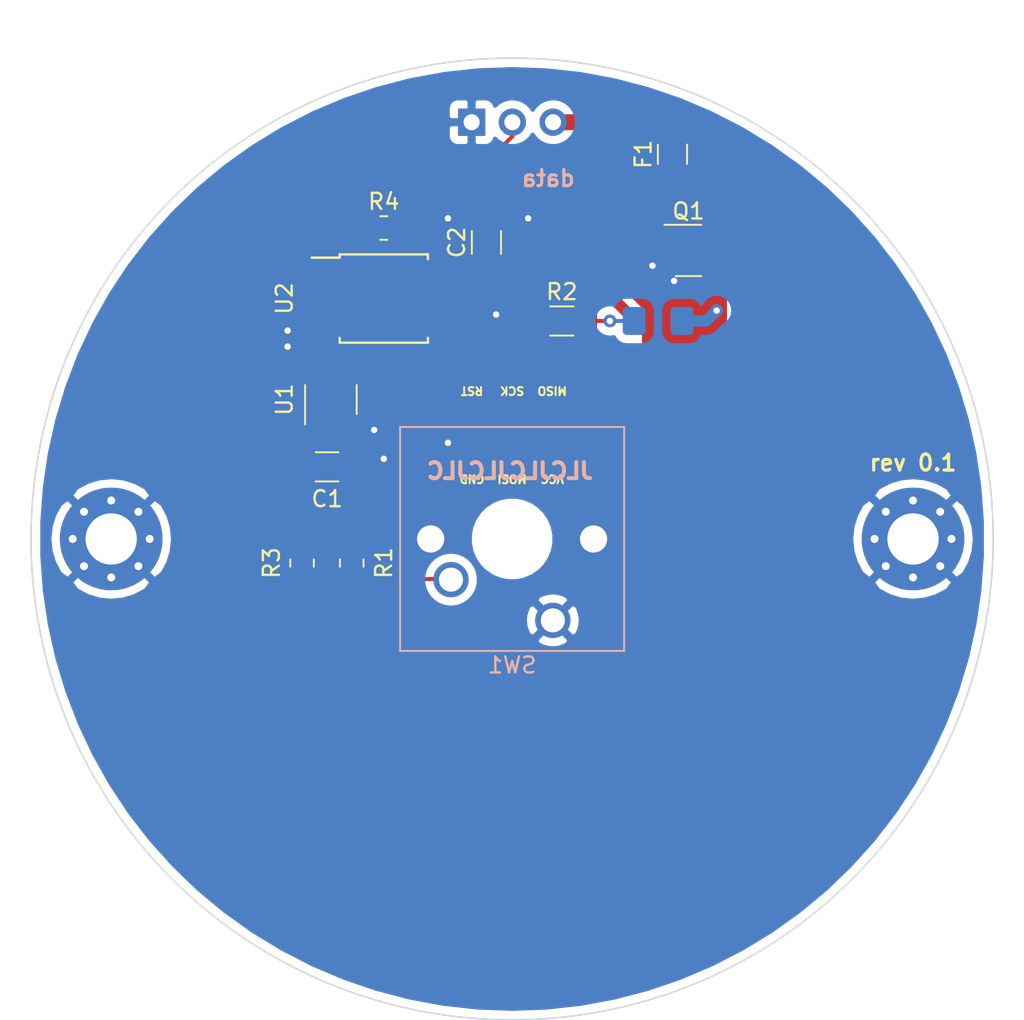
<source format=kicad_pcb>
(kicad_pcb (version 20171130) (host pcbnew 5.1.8+dfsg1-1+b1)

  (general
    (thickness 1.6)
    (drawings 10)
    (tracks 108)
    (zones 0)
    (modules 16)
    (nets 15)
  )

  (page A4)
  (layers
    (0 F.Cu signal)
    (31 B.Cu signal)
    (32 B.Adhes user)
    (33 F.Adhes user)
    (34 B.Paste user)
    (35 F.Paste user)
    (36 B.SilkS user)
    (37 F.SilkS user)
    (38 B.Mask user)
    (39 F.Mask user)
    (40 Dwgs.User user)
    (41 Cmts.User user)
    (42 Eco1.User user)
    (43 Eco2.User user)
    (44 Edge.Cuts user)
    (45 Margin user)
    (46 B.CrtYd user)
    (47 F.CrtYd user)
    (48 B.Fab user)
    (49 F.Fab user)
  )

  (setup
    (last_trace_width 0.25)
    (user_trace_width 0.6)
    (user_trace_width 0.7)
    (user_trace_width 1)
    (trace_clearance 0.2)
    (zone_clearance 0.508)
    (zone_45_only no)
    (trace_min 0.2)
    (via_size 0.8)
    (via_drill 0.4)
    (via_min_size 0.4)
    (via_min_drill 0.3)
    (uvia_size 0.3)
    (uvia_drill 0.1)
    (uvias_allowed no)
    (uvia_min_size 0.2)
    (uvia_min_drill 0.1)
    (edge_width 0.1)
    (segment_width 0.2)
    (pcb_text_width 0.3)
    (pcb_text_size 1.5 1.5)
    (mod_edge_width 0.15)
    (mod_text_size 1 1)
    (mod_text_width 0.15)
    (pad_size 1.524 1.524)
    (pad_drill 0.762)
    (pad_to_mask_clearance 0)
    (aux_axis_origin 0 0)
    (visible_elements FFFFFF7F)
    (pcbplotparams
      (layerselection 0x010fc_ffffffff)
      (usegerberextensions false)
      (usegerberattributes true)
      (usegerberadvancedattributes true)
      (creategerberjobfile true)
      (excludeedgelayer true)
      (linewidth 0.100000)
      (plotframeref false)
      (viasonmask false)
      (mode 1)
      (useauxorigin false)
      (hpglpennumber 1)
      (hpglpenspeed 20)
      (hpglpendiameter 15.000000)
      (psnegative false)
      (psa4output false)
      (plotreference true)
      (plotvalue true)
      (plotinvisibletext false)
      (padsonsilk false)
      (subtractmaskfromsilk false)
      (outputformat 1)
      (mirror false)
      (drillshape 0)
      (scaleselection 1)
      (outputdirectory "Gerber/"))
  )

  (net 0 "")
  (net 1 GND)
  (net 2 "Net-(C1-Pad1)")
  (net 3 VCC)
  (net 4 "Net-(D1-Pad1)")
  (net 5 +5V)
  (net 6 "Net-(F1-Pad1)")
  (net 7 LED_SIGNAL)
  (net 8 !RST)
  (net 9 MOSI)
  (net 10 SCK)
  (net 11 MISO)
  (net 12 "Net-(R1-Pad2)")
  (net 13 BUTTON_SIGNAL)
  (net 14 "Net-(U1-Pad1)")

  (net_class Default "Esta é a classe de rede padrão."
    (clearance 0.2)
    (trace_width 0.25)
    (via_dia 0.8)
    (via_drill 0.4)
    (uvia_dia 0.3)
    (uvia_drill 0.1)
    (add_net !RST)
    (add_net +5V)
    (add_net BUTTON_SIGNAL)
    (add_net GND)
    (add_net LED_SIGNAL)
    (add_net MISO)
    (add_net MOSI)
    (add_net "Net-(C1-Pad1)")
    (add_net "Net-(D1-Pad1)")
    (add_net "Net-(F1-Pad1)")
    (add_net "Net-(R1-Pad2)")
    (add_net "Net-(U1-Pad1)")
    (add_net SCK)
    (add_net VCC)
  )

  (module Button_Switch_Keyboard:SW_Cherry_MX_1.00u_PCB (layer B.Cu) (tedit 5A02FE24) (tstamp 5F7B34DF)
    (at 152.54 105.08)
    (descr "Cherry MX keyswitch, 1.00u, PCB mount, http://cherryamericas.com/wp-content/uploads/2014/12/mx_cat.pdf")
    (tags "Cherry MX keyswitch 1.00u PCB")
    (path /5F83F6AB)
    (fp_text reference SW1 (at -2.54 2.794) (layer B.SilkS)
      (effects (font (size 1 1) (thickness 0.15)) (justify mirror))
    )
    (fp_text value SW_Push (at -2.54 -12.954) (layer B.Fab)
      (effects (font (size 1 1) (thickness 0.15)) (justify mirror))
    )
    (fp_text user %R (at -2.54 2.794) (layer B.Fab)
      (effects (font (size 1 1) (thickness 0.15)) (justify mirror))
    )
    (fp_line (start -8.89 1.27) (end 3.81 1.27) (layer B.Fab) (width 0.1))
    (fp_line (start 3.81 1.27) (end 3.81 -11.43) (layer B.Fab) (width 0.1))
    (fp_line (start 3.81 -11.43) (end -8.89 -11.43) (layer B.Fab) (width 0.1))
    (fp_line (start -8.89 -11.43) (end -8.89 1.27) (layer B.Fab) (width 0.1))
    (fp_line (start -9.14 -11.68) (end -9.14 1.52) (layer B.CrtYd) (width 0.05))
    (fp_line (start 4.06 -11.68) (end -9.14 -11.68) (layer B.CrtYd) (width 0.05))
    (fp_line (start 4.06 1.52) (end 4.06 -11.68) (layer B.CrtYd) (width 0.05))
    (fp_line (start -9.14 1.52) (end 4.06 1.52) (layer B.CrtYd) (width 0.05))
    (fp_line (start -12.065 4.445) (end 6.985 4.445) (layer Dwgs.User) (width 0.15))
    (fp_line (start 6.985 4.445) (end 6.985 -14.605) (layer Dwgs.User) (width 0.15))
    (fp_line (start 6.985 -14.605) (end -12.065 -14.605) (layer Dwgs.User) (width 0.15))
    (fp_line (start -12.065 -14.605) (end -12.065 4.445) (layer Dwgs.User) (width 0.15))
    (fp_line (start -9.525 1.905) (end 4.445 1.905) (layer B.SilkS) (width 0.12))
    (fp_line (start 4.445 1.905) (end 4.445 -12.065) (layer B.SilkS) (width 0.12))
    (fp_line (start 4.445 -12.065) (end -9.525 -12.065) (layer B.SilkS) (width 0.12))
    (fp_line (start -9.525 -12.065) (end -9.525 1.905) (layer B.SilkS) (width 0.12))
    (pad "" np_thru_hole circle (at 2.54 -5.08) (size 1.7 1.7) (drill 1.7) (layers *.Cu *.Mask))
    (pad "" np_thru_hole circle (at -7.62 -5.08) (size 1.7 1.7) (drill 1.7) (layers *.Cu *.Mask))
    (pad "" np_thru_hole circle (at -2.54 -5.08) (size 4 4) (drill 4) (layers *.Cu *.Mask))
    (pad 2 thru_hole circle (at -6.35 -2.54) (size 2.2 2.2) (drill 1.5) (layers *.Cu *.Mask)
      (net 12 "Net-(R1-Pad2)"))
    (pad 1 thru_hole circle (at 0 0) (size 2.2 2.2) (drill 1.5) (layers *.Cu *.Mask)
      (net 1 GND))
    (model ${KISYS3DMOD}/Button_Switch_Keyboard.3dshapes/SW_Cherry_MX_1.00u_PCB.wrl
      (at (xyz 0 0 0))
      (scale (xyz 1 1 1))
      (rotate (xyz 0 0 0))
    )
  )

  (module LED_SMD:LED_1206_3216Metric_Pad1.42x1.75mm_HandSolder (layer B.Cu) (tedit 5F8039CE) (tstamp 5F7C5FAB)
    (at 159.1 86.4)
    (descr "LED SMD 1206 (3216 Metric), square (rectangular) end terminal, IPC_7351 nominal, (Body size source: http://www.tortai-tech.com/upload/download/2011102023233369053.pdf), generated with kicad-footprint-generator")
    (tags "LED handsolder")
    (path /5F7B6374)
    (attr smd)
    (fp_text reference D1 (at 0 1.82) (layer B.SilkS) hide
      (effects (font (size 1 1) (thickness 0.15)) (justify mirror))
    )
    (fp_text value LED (at 0 -1.82) (layer B.Fab)
      (effects (font (size 1 1) (thickness 0.15)) (justify mirror))
    )
    (fp_line (start 2.45 -1.12) (end -2.45 -1.12) (layer B.CrtYd) (width 0.05))
    (fp_line (start 2.45 1.12) (end 2.45 -1.12) (layer B.CrtYd) (width 0.05))
    (fp_line (start -2.45 1.12) (end 2.45 1.12) (layer B.CrtYd) (width 0.05))
    (fp_line (start -2.45 -1.12) (end -2.45 1.12) (layer B.CrtYd) (width 0.05))
    (fp_line (start 1.6 -0.8) (end 1.6 0.8) (layer B.Fab) (width 0.1))
    (fp_line (start -1.6 -0.8) (end 1.6 -0.8) (layer B.Fab) (width 0.1))
    (fp_line (start -1.6 0.4) (end -1.6 -0.8) (layer B.Fab) (width 0.1))
    (fp_line (start -1.2 0.8) (end -1.6 0.4) (layer B.Fab) (width 0.1))
    (fp_line (start 1.6 0.8) (end -1.2 0.8) (layer B.Fab) (width 0.1))
    (fp_text user %R (at 0 0) (layer B.Fab)
      (effects (font (size 0.8 0.8) (thickness 0.12)) (justify mirror))
    )
    (pad 1 smd roundrect (at -1.4875 0) (size 1.425 1.75) (layers B.Cu B.Paste B.Mask) (roundrect_rratio 0.1754385964912281)
      (net 4 "Net-(D1-Pad1)"))
    (pad 2 smd roundrect (at 1.4875 0) (size 1.425 1.75) (layers B.Cu B.Paste B.Mask) (roundrect_rratio 0.1754385964912281)
      (net 3 VCC))
    (model ${KISYS3DMOD}/LED_SMD.3dshapes/LED_1206_3216Metric.wrl
      (at (xyz 0 0 0))
      (scale (xyz 1 1 1))
      (rotate (xyz 0 0 0))
    )
  )

  (module Connector_PinHeader_2.54mm:PinHeader_1x03_P2.54mm_Vertical (layer F.Cu) (tedit 5F803962) (tstamp 5F7B2D5C)
    (at 147.475 74 90)
    (descr "Through hole straight pin header, 1x03, 2.54mm pitch, single row")
    (tags "Through hole pin header THT 1x03 2.54mm single row")
    (path /5F7FAA68)
    (fp_text reference J1 (at 0 -2.33 90) (layer F.SilkS) hide
      (effects (font (size 1 1) (thickness 0.15)))
    )
    (fp_text value LED_strip_connector (at 0 7.41 90) (layer F.Fab)
      (effects (font (size 1 1) (thickness 0.15)))
    )
    (fp_line (start -0.635 -1.27) (end 1.27 -1.27) (layer F.Fab) (width 0.1))
    (fp_line (start 1.27 -1.27) (end 1.27 6.35) (layer F.Fab) (width 0.1))
    (fp_line (start 1.27 6.35) (end -1.27 6.35) (layer F.Fab) (width 0.1))
    (fp_line (start -1.27 6.35) (end -1.27 -0.635) (layer F.Fab) (width 0.1))
    (fp_line (start -1.27 -0.635) (end -0.635 -1.27) (layer F.Fab) (width 0.1))
    (fp_line (start -1.8 -1.8) (end -1.8 6.85) (layer F.CrtYd) (width 0.05))
    (fp_line (start -1.8 6.85) (end 1.8 6.85) (layer F.CrtYd) (width 0.05))
    (fp_line (start 1.8 6.85) (end 1.8 -1.8) (layer F.CrtYd) (width 0.05))
    (fp_line (start 1.8 -1.8) (end -1.8 -1.8) (layer F.CrtYd) (width 0.05))
    (fp_text user %R (at 0 2.54 180) (layer F.Fab)
      (effects (font (size 1 1) (thickness 0.15)))
    )
    (pad 3 thru_hole oval (at 0 5.08 90) (size 1.7 1.7) (drill 1) (layers *.Cu *.Mask)
      (net 5 +5V))
    (pad 2 thru_hole oval (at 0 2.54 90) (size 1.7 1.7) (drill 1) (layers *.Cu *.Mask)
      (net 7 LED_SIGNAL))
    (pad 1 thru_hole rect (at 0 0 90) (size 1.7 1.7) (drill 1) (layers *.Cu *.Mask)
      (net 1 GND))
    (model ${KISYS3DMOD}/Connector_PinHeader_2.54mm.3dshapes/PinHeader_1x03_P2.54mm_Vertical.wrl
      (at (xyz 0 0 0))
      (scale (xyz 1 1 1))
      (rotate (xyz 0 0 0))
    )
  )

  (module Package_SO:SOIJ-8_5.3x5.3mm_P1.27mm (layer F.Cu) (tedit 5A02F2D3) (tstamp 5F7B305B)
    (at 142 85)
    (descr "8-Lead Plastic Small Outline (SM) - Medium, 5.28 mm Body [SOIC] (see Microchip Packaging Specification 00000049BS.pdf)")
    (tags "SOIC 1.27")
    (path /5F5E3571)
    (attr smd)
    (fp_text reference U2 (at -6.2 0 90) (layer F.SilkS)
      (effects (font (size 1 1) (thickness 0.15)))
    )
    (fp_text value ATtiny85-20SU (at 0 3.68) (layer F.Fab)
      (effects (font (size 1 1) (thickness 0.15)))
    )
    (fp_line (start -1.65 -2.65) (end 2.65 -2.65) (layer F.Fab) (width 0.15))
    (fp_line (start 2.65 -2.65) (end 2.65 2.65) (layer F.Fab) (width 0.15))
    (fp_line (start 2.65 2.65) (end -2.65 2.65) (layer F.Fab) (width 0.15))
    (fp_line (start -2.65 2.65) (end -2.65 -1.65) (layer F.Fab) (width 0.15))
    (fp_line (start -2.65 -1.65) (end -1.65 -2.65) (layer F.Fab) (width 0.15))
    (fp_line (start -4.75 -2.95) (end -4.75 2.95) (layer F.CrtYd) (width 0.05))
    (fp_line (start 4.75 -2.95) (end 4.75 2.95) (layer F.CrtYd) (width 0.05))
    (fp_line (start -4.75 -2.95) (end 4.75 -2.95) (layer F.CrtYd) (width 0.05))
    (fp_line (start -4.75 2.95) (end 4.75 2.95) (layer F.CrtYd) (width 0.05))
    (fp_line (start -2.75 -2.755) (end -2.75 -2.55) (layer F.SilkS) (width 0.15))
    (fp_line (start 2.75 -2.755) (end 2.75 -2.455) (layer F.SilkS) (width 0.15))
    (fp_line (start 2.75 2.755) (end 2.75 2.455) (layer F.SilkS) (width 0.15))
    (fp_line (start -2.75 2.755) (end -2.75 2.455) (layer F.SilkS) (width 0.15))
    (fp_line (start -2.75 -2.755) (end 2.75 -2.755) (layer F.SilkS) (width 0.15))
    (fp_line (start -2.75 2.755) (end 2.75 2.755) (layer F.SilkS) (width 0.15))
    (fp_line (start -2.75 -2.55) (end -4.5 -2.55) (layer F.SilkS) (width 0.15))
    (fp_text user %R (at 0 0) (layer F.Fab)
      (effects (font (size 1 1) (thickness 0.15)))
    )
    (pad 8 smd rect (at 3.65 -1.905) (size 1.7 0.65) (layers F.Cu F.Paste F.Mask)
      (net 3 VCC))
    (pad 7 smd rect (at 3.65 -0.635) (size 1.7 0.65) (layers F.Cu F.Paste F.Mask)
      (net 10 SCK))
    (pad 6 smd rect (at 3.65 0.635) (size 1.7 0.65) (layers F.Cu F.Paste F.Mask)
      (net 11 MISO))
    (pad 5 smd rect (at 3.65 1.905) (size 1.7 0.65) (layers F.Cu F.Paste F.Mask)
      (net 9 MOSI))
    (pad 4 smd rect (at -3.65 1.905) (size 1.7 0.65) (layers F.Cu F.Paste F.Mask)
      (net 1 GND))
    (pad 3 smd rect (at -3.65 0.635) (size 1.7 0.65) (layers F.Cu F.Paste F.Mask)
      (net 13 BUTTON_SIGNAL))
    (pad 2 smd rect (at -3.65 -0.635) (size 1.7 0.65) (layers F.Cu F.Paste F.Mask)
      (net 7 LED_SIGNAL))
    (pad 1 smd rect (at -3.65 -1.905) (size 1.7 0.65) (layers F.Cu F.Paste F.Mask)
      (net 8 !RST))
    (model ${KISYS3DMOD}/Package_SO.3dshapes/SOIJ-8_5.3x5.3mm_P1.27mm.wrl
      (at (xyz 0 0 0))
      (scale (xyz 1 1 1))
      (rotate (xyz 0 0 0))
    )
  )

  (module Snake_1D:SPI_pads_2.54mm (layer F.Cu) (tedit 5F7B3029) (tstamp 5F7B563F)
    (at 150 93.6 270)
    (path /5F806264)
    (fp_text reference J2 (at 0 -6.35 90) (layer F.SilkS) hide
      (effects (font (size 1 1) (thickness 0.15)))
    )
    (fp_text value SPI (at 0 6.35 90) (layer F.Fab)
      (effects (font (size 1 1) (thickness 0.15)))
    )
    (fp_line (start -3.81 -5.08) (end 3.81 -5.08) (layer F.CrtYd) (width 0.12))
    (fp_line (start 3.81 -5.08) (end 3.81 5.08) (layer F.CrtYd) (width 0.12))
    (fp_line (start 3.81 5.08) (end -3.81 5.08) (layer F.CrtYd) (width 0.12))
    (fp_line (start -3.81 5.08) (end -3.81 -5.08) (layer F.CrtYd) (width 0.12))
    (pad 6 connect circle (at 1.27 2.54 270) (size 1.524 1.524) (layers F.Cu F.Mask)
      (net 1 GND))
    (pad 5 connect circle (at -1.27 2.54 270) (size 1.524 1.524) (layers F.Cu F.Mask)
      (net 8 !RST))
    (pad 4 connect circle (at 1.27 0 270) (size 1.524 1.524) (layers F.Cu F.Mask)
      (net 9 MOSI))
    (pad 3 connect circle (at -1.27 0 270) (size 1.524 1.524) (layers F.Cu F.Mask)
      (net 10 SCK))
    (pad 2 connect circle (at 1.27 -2.54 270) (size 1.524 1.524) (layers F.Cu F.Mask)
      (net 3 VCC))
    (pad 1 connect rect (at -1.27 -2.54 270) (size 1.524 1.524) (layers F.Cu F.Mask)
      (net 11 MISO))
  )

  (module MountingHole:MountingHole_3.2mm_M3_Pad_Via (layer F.Cu) (tedit 56DDBCCA) (tstamp 5F7B4374)
    (at 175 100)
    (descr "Mounting Hole 3.2mm, M3")
    (tags "mounting hole 3.2mm m3")
    (path /5F7C9967)
    (attr virtual)
    (fp_text reference H2 (at 0 -4.2) (layer F.SilkS) hide
      (effects (font (size 1 1) (thickness 0.15)))
    )
    (fp_text value MountingHole_Pad (at 0 4.2) (layer F.Fab)
      (effects (font (size 1 1) (thickness 0.15)))
    )
    (fp_circle (center 0 0) (end 3.2 0) (layer Cmts.User) (width 0.15))
    (fp_circle (center 0 0) (end 3.45 0) (layer F.CrtYd) (width 0.05))
    (fp_text user %R (at 0.3 0) (layer F.Fab)
      (effects (font (size 1 1) (thickness 0.15)))
    )
    (pad 1 thru_hole circle (at 1.697056 -1.697056) (size 0.8 0.8) (drill 0.5) (layers *.Cu *.Mask)
      (net 1 GND))
    (pad 1 thru_hole circle (at 0 -2.4) (size 0.8 0.8) (drill 0.5) (layers *.Cu *.Mask)
      (net 1 GND))
    (pad 1 thru_hole circle (at -1.697056 -1.697056) (size 0.8 0.8) (drill 0.5) (layers *.Cu *.Mask)
      (net 1 GND))
    (pad 1 thru_hole circle (at -2.4 0) (size 0.8 0.8) (drill 0.5) (layers *.Cu *.Mask)
      (net 1 GND))
    (pad 1 thru_hole circle (at -1.697056 1.697056) (size 0.8 0.8) (drill 0.5) (layers *.Cu *.Mask)
      (net 1 GND))
    (pad 1 thru_hole circle (at 0 2.4) (size 0.8 0.8) (drill 0.5) (layers *.Cu *.Mask)
      (net 1 GND))
    (pad 1 thru_hole circle (at 1.697056 1.697056) (size 0.8 0.8) (drill 0.5) (layers *.Cu *.Mask)
      (net 1 GND))
    (pad 1 thru_hole circle (at 2.4 0) (size 0.8 0.8) (drill 0.5) (layers *.Cu *.Mask)
      (net 1 GND))
    (pad 1 thru_hole circle (at 0 0) (size 6.4 6.4) (drill 3.2) (layers *.Cu *.Mask)
      (net 1 GND))
  )

  (module MountingHole:MountingHole_3.2mm_M3_Pad_Via (layer F.Cu) (tedit 56DDBCCA) (tstamp 5F7B45CB)
    (at 125 100)
    (descr "Mounting Hole 3.2mm, M3")
    (tags "mounting hole 3.2mm m3")
    (path /5F7C9071)
    (attr virtual)
    (fp_text reference H1 (at 0 -4.2) (layer F.SilkS) hide
      (effects (font (size 1 1) (thickness 0.15)))
    )
    (fp_text value MountingHole_Pad (at 0 4.2) (layer F.Fab)
      (effects (font (size 1 1) (thickness 0.15)))
    )
    (fp_circle (center 0 0) (end 3.2 0) (layer Cmts.User) (width 0.15))
    (fp_circle (center 0 0) (end 3.45 0) (layer F.CrtYd) (width 0.05))
    (fp_text user %R (at 0.3 0) (layer F.Fab)
      (effects (font (size 1 1) (thickness 0.15)))
    )
    (pad 1 thru_hole circle (at 1.697056 -1.697056) (size 0.8 0.8) (drill 0.5) (layers *.Cu *.Mask)
      (net 1 GND))
    (pad 1 thru_hole circle (at 0 -2.4) (size 0.8 0.8) (drill 0.5) (layers *.Cu *.Mask)
      (net 1 GND))
    (pad 1 thru_hole circle (at -1.697056 -1.697056) (size 0.8 0.8) (drill 0.5) (layers *.Cu *.Mask)
      (net 1 GND))
    (pad 1 thru_hole circle (at -2.4 0) (size 0.8 0.8) (drill 0.5) (layers *.Cu *.Mask)
      (net 1 GND))
    (pad 1 thru_hole circle (at -1.697056 1.697056) (size 0.8 0.8) (drill 0.5) (layers *.Cu *.Mask)
      (net 1 GND))
    (pad 1 thru_hole circle (at 0 2.4) (size 0.8 0.8) (drill 0.5) (layers *.Cu *.Mask)
      (net 1 GND))
    (pad 1 thru_hole circle (at 1.697056 1.697056) (size 0.8 0.8) (drill 0.5) (layers *.Cu *.Mask)
      (net 1 GND))
    (pad 1 thru_hole circle (at 2.4 0) (size 0.8 0.8) (drill 0.5) (layers *.Cu *.Mask)
      (net 1 GND))
    (pad 1 thru_hole circle (at 0 0) (size 6.4 6.4) (drill 3.2) (layers *.Cu *.Mask)
      (net 1 GND))
  )

  (module Package_TO_SOT_SMD:SOT-23-5 (layer F.Cu) (tedit 5A02FF57) (tstamp 5F7B76D0)
    (at 138.7 91.3 90)
    (descr "5-pin SOT23 package")
    (tags SOT-23-5)
    (path /5F83393F)
    (attr smd)
    (fp_text reference U1 (at 0 -2.9 90) (layer F.SilkS)
      (effects (font (size 1 1) (thickness 0.15)))
    )
    (fp_text value SN74LVC1G14DBV (at 0 2.9 90) (layer F.Fab)
      (effects (font (size 1 1) (thickness 0.15)))
    )
    (fp_line (start -0.9 1.61) (end 0.9 1.61) (layer F.SilkS) (width 0.12))
    (fp_line (start 0.9 -1.61) (end -1.55 -1.61) (layer F.SilkS) (width 0.12))
    (fp_line (start -1.9 -1.8) (end 1.9 -1.8) (layer F.CrtYd) (width 0.05))
    (fp_line (start 1.9 -1.8) (end 1.9 1.8) (layer F.CrtYd) (width 0.05))
    (fp_line (start 1.9 1.8) (end -1.9 1.8) (layer F.CrtYd) (width 0.05))
    (fp_line (start -1.9 1.8) (end -1.9 -1.8) (layer F.CrtYd) (width 0.05))
    (fp_line (start -0.9 -0.9) (end -0.25 -1.55) (layer F.Fab) (width 0.1))
    (fp_line (start 0.9 -1.55) (end -0.25 -1.55) (layer F.Fab) (width 0.1))
    (fp_line (start -0.9 -0.9) (end -0.9 1.55) (layer F.Fab) (width 0.1))
    (fp_line (start 0.9 1.55) (end -0.9 1.55) (layer F.Fab) (width 0.1))
    (fp_line (start 0.9 -1.55) (end 0.9 1.55) (layer F.Fab) (width 0.1))
    (fp_text user %R (at 0 0) (layer F.Fab)
      (effects (font (size 0.5 0.5) (thickness 0.075)))
    )
    (pad 5 smd rect (at 1.1 -0.95 90) (size 1.06 0.65) (layers F.Cu F.Paste F.Mask)
      (net 3 VCC))
    (pad 4 smd rect (at 1.1 0.95 90) (size 1.06 0.65) (layers F.Cu F.Paste F.Mask)
      (net 13 BUTTON_SIGNAL))
    (pad 3 smd rect (at -1.1 0.95 90) (size 1.06 0.65) (layers F.Cu F.Paste F.Mask)
      (net 1 GND))
    (pad 2 smd rect (at -1.1 0 90) (size 1.06 0.65) (layers F.Cu F.Paste F.Mask)
      (net 2 "Net-(C1-Pad1)"))
    (pad 1 smd rect (at -1.1 -0.95 90) (size 1.06 0.65) (layers F.Cu F.Paste F.Mask)
      (net 14 "Net-(U1-Pad1)"))
    (model ${KISYS3DMOD}/Package_TO_SOT_SMD.3dshapes/SOT-23-5.wrl
      (at (xyz 0 0 0))
      (scale (xyz 1 1 1))
      (rotate (xyz 0 0 0))
    )
  )

  (module Resistor_SMD:R_0805_2012Metric_Pad1.20x1.40mm_HandSolder (layer F.Cu) (tedit 5F68FEEE) (tstamp 5F7BA4E5)
    (at 142 80.6)
    (descr "Resistor SMD 0805 (2012 Metric), square (rectangular) end terminal, IPC_7351 nominal with elongated pad for handsoldering. (Body size source: IPC-SM-782 page 72, https://www.pcb-3d.com/wordpress/wp-content/uploads/ipc-sm-782a_amendment_1_and_2.pdf), generated with kicad-footprint-generator")
    (tags "resistor handsolder")
    (path /5F7BC344)
    (attr smd)
    (fp_text reference R4 (at 0 -1.65) (layer F.SilkS)
      (effects (font (size 1 1) (thickness 0.15)))
    )
    (fp_text value 10kΩ (at 0 1.65) (layer F.Fab)
      (effects (font (size 1 1) (thickness 0.15)))
    )
    (fp_line (start -1 0.625) (end -1 -0.625) (layer F.Fab) (width 0.1))
    (fp_line (start -1 -0.625) (end 1 -0.625) (layer F.Fab) (width 0.1))
    (fp_line (start 1 -0.625) (end 1 0.625) (layer F.Fab) (width 0.1))
    (fp_line (start 1 0.625) (end -1 0.625) (layer F.Fab) (width 0.1))
    (fp_line (start -0.227064 -0.735) (end 0.227064 -0.735) (layer F.SilkS) (width 0.12))
    (fp_line (start -0.227064 0.735) (end 0.227064 0.735) (layer F.SilkS) (width 0.12))
    (fp_line (start -1.85 0.95) (end -1.85 -0.95) (layer F.CrtYd) (width 0.05))
    (fp_line (start -1.85 -0.95) (end 1.85 -0.95) (layer F.CrtYd) (width 0.05))
    (fp_line (start 1.85 -0.95) (end 1.85 0.95) (layer F.CrtYd) (width 0.05))
    (fp_line (start 1.85 0.95) (end -1.85 0.95) (layer F.CrtYd) (width 0.05))
    (fp_text user %R (at 0 0) (layer F.Fab)
      (effects (font (size 0.5 0.5) (thickness 0.08)))
    )
    (pad 2 smd roundrect (at 1 0) (size 1.2 1.4) (layers F.Cu F.Paste F.Mask) (roundrect_rratio 0.2083325)
      (net 3 VCC))
    (pad 1 smd roundrect (at -1 0) (size 1.2 1.4) (layers F.Cu F.Paste F.Mask) (roundrect_rratio 0.2083325)
      (net 8 !RST))
    (model ${KISYS3DMOD}/Resistor_SMD.3dshapes/R_0805_2012Metric.wrl
      (at (xyz 0 0 0))
      (scale (xyz 1 1 1))
      (rotate (xyz 0 0 0))
    )
  )

  (module Resistor_SMD:R_0805_2012Metric_Pad1.20x1.40mm_HandSolder (layer F.Cu) (tedit 5F68FEEE) (tstamp 5F7B769C)
    (at 136.9 101.5 270)
    (descr "Resistor SMD 0805 (2012 Metric), square (rectangular) end terminal, IPC_7351 nominal with elongated pad for handsoldering. (Body size source: IPC-SM-782 page 72, https://www.pcb-3d.com/wordpress/wp-content/uploads/ipc-sm-782a_amendment_1_and_2.pdf), generated with kicad-footprint-generator")
    (tags "resistor handsolder")
    (path /5F836924)
    (attr smd)
    (fp_text reference R3 (at 0 1.9 90) (layer F.SilkS)
      (effects (font (size 1 1) (thickness 0.15)))
    )
    (fp_text value 10kΩ (at 0 1.65 90) (layer F.Fab)
      (effects (font (size 1 1) (thickness 0.15)))
    )
    (fp_line (start -1 0.625) (end -1 -0.625) (layer F.Fab) (width 0.1))
    (fp_line (start -1 -0.625) (end 1 -0.625) (layer F.Fab) (width 0.1))
    (fp_line (start 1 -0.625) (end 1 0.625) (layer F.Fab) (width 0.1))
    (fp_line (start 1 0.625) (end -1 0.625) (layer F.Fab) (width 0.1))
    (fp_line (start -0.227064 -0.735) (end 0.227064 -0.735) (layer F.SilkS) (width 0.12))
    (fp_line (start -0.227064 0.735) (end 0.227064 0.735) (layer F.SilkS) (width 0.12))
    (fp_line (start -1.85 0.95) (end -1.85 -0.95) (layer F.CrtYd) (width 0.05))
    (fp_line (start -1.85 -0.95) (end 1.85 -0.95) (layer F.CrtYd) (width 0.05))
    (fp_line (start 1.85 -0.95) (end 1.85 0.95) (layer F.CrtYd) (width 0.05))
    (fp_line (start 1.85 0.95) (end -1.85 0.95) (layer F.CrtYd) (width 0.05))
    (fp_text user %R (at 0 0 90) (layer F.Fab)
      (effects (font (size 0.5 0.5) (thickness 0.08)))
    )
    (pad 2 smd roundrect (at 1 0 270) (size 1.2 1.4) (layers F.Cu F.Paste F.Mask) (roundrect_rratio 0.2083325)
      (net 12 "Net-(R1-Pad2)"))
    (pad 1 smd roundrect (at -1 0 270) (size 1.2 1.4) (layers F.Cu F.Paste F.Mask) (roundrect_rratio 0.2083325)
      (net 2 "Net-(C1-Pad1)"))
    (model ${KISYS3DMOD}/Resistor_SMD.3dshapes/R_0805_2012Metric.wrl
      (at (xyz 0 0 0))
      (scale (xyz 1 1 1))
      (rotate (xyz 0 0 0))
    )
  )

  (module Resistor_SMD:R_1206_3216Metric_Pad1.30x1.75mm_HandSolder (layer F.Cu) (tedit 5F68FEEE) (tstamp 5F7B6761)
    (at 153.1 86.4)
    (descr "Resistor SMD 1206 (3216 Metric), square (rectangular) end terminal, IPC_7351 nominal with elongated pad for handsoldering. (Body size source: IPC-SM-782 page 72, https://www.pcb-3d.com/wordpress/wp-content/uploads/ipc-sm-782a_amendment_1_and_2.pdf), generated with kicad-footprint-generator")
    (tags "resistor handsolder")
    (path /5F7B8C5D)
    (attr smd)
    (fp_text reference R2 (at 0 -1.82) (layer F.SilkS)
      (effects (font (size 1 1) (thickness 0.15)))
    )
    (fp_text value 1kΩ (at 0 1.82) (layer F.Fab)
      (effects (font (size 1 1) (thickness 0.15)))
    )
    (fp_line (start -1.6 0.8) (end -1.6 -0.8) (layer F.Fab) (width 0.1))
    (fp_line (start -1.6 -0.8) (end 1.6 -0.8) (layer F.Fab) (width 0.1))
    (fp_line (start 1.6 -0.8) (end 1.6 0.8) (layer F.Fab) (width 0.1))
    (fp_line (start 1.6 0.8) (end -1.6 0.8) (layer F.Fab) (width 0.1))
    (fp_line (start -0.727064 -0.91) (end 0.727064 -0.91) (layer F.SilkS) (width 0.12))
    (fp_line (start -0.727064 0.91) (end 0.727064 0.91) (layer F.SilkS) (width 0.12))
    (fp_line (start -2.45 1.12) (end -2.45 -1.12) (layer F.CrtYd) (width 0.05))
    (fp_line (start -2.45 -1.12) (end 2.45 -1.12) (layer F.CrtYd) (width 0.05))
    (fp_line (start 2.45 -1.12) (end 2.45 1.12) (layer F.CrtYd) (width 0.05))
    (fp_line (start 2.45 1.12) (end -2.45 1.12) (layer F.CrtYd) (width 0.05))
    (fp_text user %R (at 0 0) (layer F.Fab)
      (effects (font (size 0.8 0.8) (thickness 0.12)))
    )
    (pad 2 smd roundrect (at 1.55 0) (size 1.3 1.75) (layers F.Cu F.Paste F.Mask) (roundrect_rratio 0.1923076923076923)
      (net 4 "Net-(D1-Pad1)"))
    (pad 1 smd roundrect (at -1.55 0) (size 1.3 1.75) (layers F.Cu F.Paste F.Mask) (roundrect_rratio 0.1923076923076923)
      (net 1 GND))
    (model ${KISYS3DMOD}/Resistor_SMD.3dshapes/R_1206_3216Metric.wrl
      (at (xyz 0 0 0))
      (scale (xyz 1 1 1))
      (rotate (xyz 0 0 0))
    )
  )

  (module Resistor_SMD:R_0805_2012Metric_Pad1.20x1.40mm_HandSolder (layer F.Cu) (tedit 5F68FEEE) (tstamp 5F7C5CA6)
    (at 140 101.5 270)
    (descr "Resistor SMD 0805 (2012 Metric), square (rectangular) end terminal, IPC_7351 nominal with elongated pad for handsoldering. (Body size source: IPC-SM-782 page 72, https://www.pcb-3d.com/wordpress/wp-content/uploads/ipc-sm-782a_amendment_1_and_2.pdf), generated with kicad-footprint-generator")
    (tags "resistor handsolder")
    (path /5F83660D)
    (attr smd)
    (fp_text reference R1 (at 0 -2 90) (layer F.SilkS)
      (effects (font (size 1 1) (thickness 0.15)))
    )
    (fp_text value 10kΩ (at 0 1.65 90) (layer F.Fab)
      (effects (font (size 1 1) (thickness 0.15)))
    )
    (fp_line (start -1 0.625) (end -1 -0.625) (layer F.Fab) (width 0.1))
    (fp_line (start -1 -0.625) (end 1 -0.625) (layer F.Fab) (width 0.1))
    (fp_line (start 1 -0.625) (end 1 0.625) (layer F.Fab) (width 0.1))
    (fp_line (start 1 0.625) (end -1 0.625) (layer F.Fab) (width 0.1))
    (fp_line (start -0.227064 -0.735) (end 0.227064 -0.735) (layer F.SilkS) (width 0.12))
    (fp_line (start -0.227064 0.735) (end 0.227064 0.735) (layer F.SilkS) (width 0.12))
    (fp_line (start -1.85 0.95) (end -1.85 -0.95) (layer F.CrtYd) (width 0.05))
    (fp_line (start -1.85 -0.95) (end 1.85 -0.95) (layer F.CrtYd) (width 0.05))
    (fp_line (start 1.85 -0.95) (end 1.85 0.95) (layer F.CrtYd) (width 0.05))
    (fp_line (start 1.85 0.95) (end -1.85 0.95) (layer F.CrtYd) (width 0.05))
    (fp_text user %R (at 0 0 90) (layer F.Fab)
      (effects (font (size 0.5 0.5) (thickness 0.08)))
    )
    (pad 2 smd roundrect (at 1 0 270) (size 1.2 1.4) (layers F.Cu F.Paste F.Mask) (roundrect_rratio 0.2083325)
      (net 12 "Net-(R1-Pad2)"))
    (pad 1 smd roundrect (at -1 0 270) (size 1.2 1.4) (layers F.Cu F.Paste F.Mask) (roundrect_rratio 0.2083325)
      (net 3 VCC))
    (model ${KISYS3DMOD}/Resistor_SMD.3dshapes/R_0805_2012Metric.wrl
      (at (xyz 0 0 0))
      (scale (xyz 1 1 1))
      (rotate (xyz 0 0 0))
    )
  )

  (module Package_SO:TSOP-6_1.65x3.05mm_P0.95mm (layer F.Cu) (tedit 5A02F25C) (tstamp 5F7B2D7C)
    (at 161 82)
    (descr "TSOP-6 package (comparable to TSOT-23), https://www.vishay.com/docs/71200/71200.pdf")
    (tags "Jedec MO-193C TSOP-6L")
    (path /5F7AE3B3)
    (attr smd)
    (fp_text reference Q1 (at 0 -2.45) (layer F.SilkS)
      (effects (font (size 1 1) (thickness 0.15)))
    )
    (fp_text value PMN48XP (at 0 2.5) (layer F.Fab)
      (effects (font (size 1 1) (thickness 0.15)))
    )
    (fp_line (start -0.8 1.6) (end 0.8 1.6) (layer F.SilkS) (width 0.12))
    (fp_line (start 0.8 -1.6) (end -1.5 -1.6) (layer F.SilkS) (width 0.12))
    (fp_line (start -0.825 -1.1) (end -0.425 -1.525) (layer F.Fab) (width 0.1))
    (fp_line (start 0.825 -1.525) (end -0.425 -1.525) (layer F.Fab) (width 0.1))
    (fp_line (start -0.825 -1.1) (end -0.825 1.525) (layer F.Fab) (width 0.1))
    (fp_line (start 0.825 1.525) (end -0.825 1.525) (layer F.Fab) (width 0.1))
    (fp_line (start 0.825 -1.525) (end 0.825 1.525) (layer F.Fab) (width 0.1))
    (fp_line (start -1.76 -1.78) (end 1.76 -1.78) (layer F.CrtYd) (width 0.05))
    (fp_line (start -1.76 -1.78) (end -1.76 1.77) (layer F.CrtYd) (width 0.05))
    (fp_line (start 1.76 1.77) (end 1.76 -1.78) (layer F.CrtYd) (width 0.05))
    (fp_line (start 1.76 1.77) (end -1.76 1.77) (layer F.CrtYd) (width 0.05))
    (fp_text user %R (at 0 0 90) (layer F.Fab)
      (effects (font (size 0.5 0.5) (thickness 0.075)))
    )
    (pad 6 smd rect (at 1.16 -0.95) (size 0.7 0.51) (layers F.Cu F.Paste F.Mask)
      (net 6 "Net-(F1-Pad1)"))
    (pad 5 smd rect (at 1.16 0) (size 0.7 0.51) (layers F.Cu F.Paste F.Mask)
      (net 6 "Net-(F1-Pad1)"))
    (pad 4 smd rect (at 1.16 0.95) (size 0.7 0.51) (layers F.Cu F.Paste F.Mask)
      (net 3 VCC))
    (pad 3 smd rect (at -1.16 0.95) (size 0.7 0.51) (layers F.Cu F.Paste F.Mask)
      (net 1 GND))
    (pad 2 smd rect (at -1.16 0) (size 0.7 0.51) (layers F.Cu F.Paste F.Mask)
      (net 6 "Net-(F1-Pad1)"))
    (pad 1 smd rect (at -1.16 -0.95) (size 0.7 0.51) (layers F.Cu F.Paste F.Mask)
      (net 6 "Net-(F1-Pad1)"))
    (model ${KISYS3DMOD}/Package_SO.3dshapes/TSOP-6_1.65x3.05mm_P0.95mm.wrl
      (at (xyz 0 0 0))
      (scale (xyz 1 1 1))
      (rotate (xyz 0 0 0))
    )
  )

  (module Fuse:Fuse_1206_3216Metric_Pad1.42x1.75mm_HandSolder (layer F.Cu) (tedit 5F68FEF1) (tstamp 5F7B2D45)
    (at 160 76 90)
    (descr "Fuse SMD 1206 (3216 Metric), square (rectangular) end terminal, IPC_7351 nominal with elongated pad for handsoldering. (Body size source: http://www.tortai-tech.com/upload/download/2011102023233369053.pdf), generated with kicad-footprint-generator")
    (tags "fuse handsolder")
    (path /5F7A3B01)
    (attr smd)
    (fp_text reference F1 (at 0 -1.82 90) (layer F.SilkS)
      (effects (font (size 1 1) (thickness 0.15)))
    )
    (fp_text value 250mA (at 0 1.82 90) (layer F.Fab)
      (effects (font (size 1 1) (thickness 0.15)))
    )
    (fp_line (start -1.6 0.8) (end -1.6 -0.8) (layer F.Fab) (width 0.1))
    (fp_line (start -1.6 -0.8) (end 1.6 -0.8) (layer F.Fab) (width 0.1))
    (fp_line (start 1.6 -0.8) (end 1.6 0.8) (layer F.Fab) (width 0.1))
    (fp_line (start 1.6 0.8) (end -1.6 0.8) (layer F.Fab) (width 0.1))
    (fp_line (start -0.602064 -0.91) (end 0.602064 -0.91) (layer F.SilkS) (width 0.12))
    (fp_line (start -0.602064 0.91) (end 0.602064 0.91) (layer F.SilkS) (width 0.12))
    (fp_line (start -2.45 1.12) (end -2.45 -1.12) (layer F.CrtYd) (width 0.05))
    (fp_line (start -2.45 -1.12) (end 2.45 -1.12) (layer F.CrtYd) (width 0.05))
    (fp_line (start 2.45 -1.12) (end 2.45 1.12) (layer F.CrtYd) (width 0.05))
    (fp_line (start 2.45 1.12) (end -2.45 1.12) (layer F.CrtYd) (width 0.05))
    (fp_text user %R (at 0 0 90) (layer F.Fab)
      (effects (font (size 0.8 0.8) (thickness 0.12)))
    )
    (pad 2 smd roundrect (at 1.4875 0 90) (size 1.425 1.75) (layers F.Cu F.Paste F.Mask) (roundrect_rratio 0.1754385964912281)
      (net 5 +5V))
    (pad 1 smd roundrect (at -1.4875 0 90) (size 1.425 1.75) (layers F.Cu F.Paste F.Mask) (roundrect_rratio 0.1754385964912281)
      (net 6 "Net-(F1-Pad1)"))
    (model ${KISYS3DMOD}/Fuse.3dshapes/Fuse_1206_3216Metric.wrl
      (at (xyz 0 0 0))
      (scale (xyz 1 1 1))
      (rotate (xyz 0 0 0))
    )
  )

  (module Capacitor_SMD:C_1206_3216Metric_Pad1.33x1.80mm_HandSolder (layer F.Cu) (tedit 5F68FEEF) (tstamp 5F7B2D21)
    (at 148.4 81.5 90)
    (descr "Capacitor SMD 1206 (3216 Metric), square (rectangular) end terminal, IPC_7351 nominal with elongated pad for handsoldering. (Body size source: IPC-SM-782 page 76, https://www.pcb-3d.com/wordpress/wp-content/uploads/ipc-sm-782a_amendment_1_and_2.pdf), generated with kicad-footprint-generator")
    (tags "capacitor handsolder")
    (path /5F7A0E6A)
    (attr smd)
    (fp_text reference C2 (at 0 -1.85 90) (layer F.SilkS)
      (effects (font (size 1 1) (thickness 0.15)))
    )
    (fp_text value 100nF (at 0 1.85 90) (layer F.Fab)
      (effects (font (size 1 1) (thickness 0.15)))
    )
    (fp_line (start 2.48 1.15) (end -2.48 1.15) (layer F.CrtYd) (width 0.05))
    (fp_line (start 2.48 -1.15) (end 2.48 1.15) (layer F.CrtYd) (width 0.05))
    (fp_line (start -2.48 -1.15) (end 2.48 -1.15) (layer F.CrtYd) (width 0.05))
    (fp_line (start -2.48 1.15) (end -2.48 -1.15) (layer F.CrtYd) (width 0.05))
    (fp_line (start -0.711252 0.91) (end 0.711252 0.91) (layer F.SilkS) (width 0.12))
    (fp_line (start -0.711252 -0.91) (end 0.711252 -0.91) (layer F.SilkS) (width 0.12))
    (fp_line (start 1.6 0.8) (end -1.6 0.8) (layer F.Fab) (width 0.1))
    (fp_line (start 1.6 -0.8) (end 1.6 0.8) (layer F.Fab) (width 0.1))
    (fp_line (start -1.6 -0.8) (end 1.6 -0.8) (layer F.Fab) (width 0.1))
    (fp_line (start -1.6 0.8) (end -1.6 -0.8) (layer F.Fab) (width 0.1))
    (fp_text user %R (at 0 0 90) (layer F.Fab)
      (effects (font (size 0.8 0.8) (thickness 0.12)))
    )
    (pad 1 smd roundrect (at -1.5625 0 90) (size 1.325 1.8) (layers F.Cu F.Paste F.Mask) (roundrect_rratio 0.1886784905660377)
      (net 3 VCC))
    (pad 2 smd roundrect (at 1.5625 0 90) (size 1.325 1.8) (layers F.Cu F.Paste F.Mask) (roundrect_rratio 0.1886784905660377)
      (net 1 GND))
    (model ${KISYS3DMOD}/Capacitor_SMD.3dshapes/C_1206_3216Metric.wrl
      (at (xyz 0 0 0))
      (scale (xyz 1 1 1))
      (rotate (xyz 0 0 0))
    )
  )

  (module Capacitor_SMD:C_1206_3216Metric_Pad1.33x1.80mm_HandSolder (layer F.Cu) (tedit 5F68FEEF) (tstamp 5F7B763C)
    (at 138.4625 95.5)
    (descr "Capacitor SMD 1206 (3216 Metric), square (rectangular) end terminal, IPC_7351 nominal with elongated pad for handsoldering. (Body size source: IPC-SM-782 page 76, https://www.pcb-3d.com/wordpress/wp-content/uploads/ipc-sm-782a_amendment_1_and_2.pdf), generated with kicad-footprint-generator")
    (tags "capacitor handsolder")
    (path /5F838BAF)
    (attr smd)
    (fp_text reference C1 (at 0 2) (layer F.SilkS)
      (effects (font (size 1 1) (thickness 0.15)))
    )
    (fp_text value 100nF (at 0 1.85) (layer F.Fab)
      (effects (font (size 1 1) (thickness 0.15)))
    )
    (fp_line (start -1.6 0.8) (end -1.6 -0.8) (layer F.Fab) (width 0.1))
    (fp_line (start -1.6 -0.8) (end 1.6 -0.8) (layer F.Fab) (width 0.1))
    (fp_line (start 1.6 -0.8) (end 1.6 0.8) (layer F.Fab) (width 0.1))
    (fp_line (start 1.6 0.8) (end -1.6 0.8) (layer F.Fab) (width 0.1))
    (fp_line (start -0.711252 -0.91) (end 0.711252 -0.91) (layer F.SilkS) (width 0.12))
    (fp_line (start -0.711252 0.91) (end 0.711252 0.91) (layer F.SilkS) (width 0.12))
    (fp_line (start -2.48 1.15) (end -2.48 -1.15) (layer F.CrtYd) (width 0.05))
    (fp_line (start -2.48 -1.15) (end 2.48 -1.15) (layer F.CrtYd) (width 0.05))
    (fp_line (start 2.48 -1.15) (end 2.48 1.15) (layer F.CrtYd) (width 0.05))
    (fp_line (start 2.48 1.15) (end -2.48 1.15) (layer F.CrtYd) (width 0.05))
    (fp_text user %R (at 0 0) (layer F.Fab)
      (effects (font (size 0.8 0.8) (thickness 0.12)))
    )
    (pad 2 smd roundrect (at 1.5625 0) (size 1.325 1.8) (layers F.Cu F.Paste F.Mask) (roundrect_rratio 0.1886784905660377)
      (net 1 GND))
    (pad 1 smd roundrect (at -1.5625 0) (size 1.325 1.8) (layers F.Cu F.Paste F.Mask) (roundrect_rratio 0.1886784905660377)
      (net 2 "Net-(C1-Pad1)"))
    (model ${KISYS3DMOD}/Capacitor_SMD.3dshapes/C_1206_3216Metric.wrl
      (at (xyz 0 0 0))
      (scale (xyz 1 1 1))
      (rotate (xyz 0 0 0))
    )
  )

  (gr_text JLCJLCJLCJLC (at 149.86 95.758) (layer B.SilkS)
    (effects (font (size 1 1) (thickness 0.25)) (justify mirror))
  )
  (gr_text RST (at 147.5 90.75 180) (layer F.SilkS) (tstamp 5F80D163)
    (effects (font (size 0.5 0.5) (thickness 0.125)))
  )
  (gr_text SCK (at 150 90.75 180) (layer F.SilkS) (tstamp 5F80D161)
    (effects (font (size 0.5 0.5) (thickness 0.125)))
  )
  (gr_text MISO (at 152.5 90.75 180) (layer F.SilkS) (tstamp 5F80D15F)
    (effects (font (size 0.5 0.5) (thickness 0.125)))
  )
  (gr_text VCC (at 152.5 96.25 180) (layer F.SilkS) (tstamp 5F80CE09)
    (effects (font (size 0.5 0.5) (thickness 0.125)))
  )
  (gr_text MOSI (at 150 96.25 180) (layer F.SilkS) (tstamp 5F80CE07)
    (effects (font (size 0.5 0.5) (thickness 0.125)))
  )
  (gr_text GND (at 147.5 96.25 180) (layer F.SilkS)
    (effects (font (size 0.5 0.5) (thickness 0.125)))
  )
  (gr_text "rev 0.1" (at 175 95.25) (layer F.SilkS) (tstamp 5F8049AE)
    (effects (font (size 1 1) (thickness 0.2)))
  )
  (gr_text data (at 152.25 77.5) (layer B.SilkS)
    (effects (font (size 1 1) (thickness 0.2)) (justify mirror))
  )
  (gr_circle (center 150 100) (end 150 70) (layer Edge.Cuts) (width 0.1) (tstamp 5F7B45EA))

  (via (at 142 95) (size 0.8) (drill 0.4) (layers F.Cu B.Cu) (net 1))
  (segment (start 141.5 95.5) (end 142 95) (width 1) (layer F.Cu) (net 1))
  (segment (start 140.025 95.5) (end 141.5 95.5) (width 1) (layer F.Cu) (net 1))
  (via (at 146 94) (size 0.8) (drill 0.4) (layers F.Cu B.Cu) (net 1))
  (segment (start 146.87 94.87) (end 146 94) (width 1) (layer F.Cu) (net 1))
  (segment (start 147.46 94.87) (end 146.87 94.87) (width 1) (layer F.Cu) (net 1))
  (via (at 136 87) (size 0.8) (drill 0.4) (layers F.Cu B.Cu) (net 1))
  (segment (start 136.095 86.905) (end 136 87) (width 1) (layer F.Cu) (net 1))
  (segment (start 138.35 86.905) (end 136.095 86.905) (width 1) (layer F.Cu) (net 1))
  (segment (start 138.35 86.905) (end 138.095 86.905) (width 1) (layer F.Cu) (net 1))
  (via (at 136 88) (size 0.8) (drill 0.4) (layers F.Cu B.Cu) (net 1))
  (segment (start 137.095 86.905) (end 136 88) (width 1) (layer F.Cu) (net 1))
  (segment (start 138.35 86.905) (end 137.095 86.905) (width 1) (layer F.Cu) (net 1))
  (segment (start 136 88) (end 136 87) (width 1) (layer F.Cu) (net 1))
  (segment (start 149.4 86.4) (end 149 86) (width 1) (layer F.Cu) (net 1))
  (via (at 149 86) (size 0.8) (drill 0.4) (layers F.Cu B.Cu) (net 1))
  (segment (start 151.55 86.4) (end 149.4 86.4) (width 1) (layer F.Cu) (net 1))
  (via (at 146 80) (size 0.8) (drill 0.4) (layers F.Cu B.Cu) (net 1))
  (segment (start 146.0625 79.9375) (end 146 80) (width 1) (layer F.Cu) (net 1))
  (segment (start 148.4 79.9375) (end 146.0625 79.9375) (width 1) (layer F.Cu) (net 1))
  (via (at 151 80) (size 0.8) (drill 0.4) (layers F.Cu B.Cu) (net 1))
  (segment (start 150.9375 79.9375) (end 151 80) (width 1) (layer F.Cu) (net 1))
  (segment (start 148.4 79.9375) (end 150.9375 79.9375) (width 1) (layer F.Cu) (net 1))
  (via (at 160.100001 83.899999) (size 0.8) (drill 0.4) (layers F.Cu B.Cu) (net 1))
  (segment (start 159.84 82.95) (end 159.84 83.639998) (width 0.6) (layer F.Cu) (net 1))
  (segment (start 159.84 83.639998) (end 160.100001 83.899999) (width 0.6) (layer F.Cu) (net 1))
  (via (at 158.749994 82.95) (size 0.8) (drill 0.4) (layers F.Cu B.Cu) (net 1))
  (segment (start 159.84 82.95) (end 158.749994 82.95) (width 0.6) (layer F.Cu) (net 1))
  (via (at 141.4 93.2) (size 0.8) (drill 0.4) (layers F.Cu B.Cu) (net 1))
  (segment (start 140.6 92.4) (end 141.4 93.2) (width 0.7) (layer F.Cu) (net 1))
  (segment (start 139.65 92.4) (end 140.6 92.4) (width 0.7) (layer F.Cu) (net 1))
  (segment (start 138.7 93.7) (end 136.9 95.5) (width 0.25) (layer F.Cu) (net 2))
  (segment (start 138.7 92.4) (end 138.7 93.7) (width 0.25) (layer F.Cu) (net 2))
  (segment (start 136.9 95.5) (end 136.9 100.5) (width 0.25) (layer F.Cu) (net 2))
  (segment (start 148.3675 83.095) (end 148.4 83.0625) (width 0.7) (layer F.Cu) (net 3))
  (segment (start 145.65 83.095) (end 148.3675 83.095) (width 0.7) (layer F.Cu) (net 3))
  (segment (start 155 96.9) (end 162.4 89.5) (width 0.7) (layer F.Cu) (net 3))
  (segment (start 162.4 89.5) (end 162.4 87.2) (width 0.7) (layer F.Cu) (net 3))
  (segment (start 154.63 94.87) (end 160.6 88.9) (width 0.7) (layer F.Cu) (net 3))
  (segment (start 152.54 94.87) (end 154.63 94.87) (width 0.7) (layer F.Cu) (net 3))
  (segment (start 148.4 83.0625) (end 154.3625 83.0625) (width 0.7) (layer F.Cu) (net 3))
  (segment (start 154.3625 83.0625) (end 157.5 86.2) (width 0.7) (layer F.Cu) (net 3))
  (segment (start 160.6 88.9) (end 160.6 86.2) (width 0.7) (layer F.Cu) (net 3))
  (segment (start 150.9 96.9) (end 155 96.9) (width 0.7) (layer F.Cu) (net 3))
  (segment (start 157.5 86.2) (end 160.6 86.2) (width 0.7) (layer F.Cu) (net 3))
  (segment (start 145.5 96.9) (end 150.9 96.9) (width 0.7) (layer F.Cu) (net 3))
  (segment (start 147 96.9) (end 145.5 96.9) (width 0.7) (layer F.Cu) (net 3))
  (segment (start 139.919999 91.319999) (end 141.419999 91.319999) (width 0.7) (layer F.Cu) (net 3))
  (segment (start 139.880001 91.280001) (end 139.919999 91.319999) (width 0.7) (layer F.Cu) (net 3))
  (segment (start 138.830001 91.280001) (end 139.880001 91.280001) (width 0.7) (layer F.Cu) (net 3))
  (segment (start 141.419999 91.319999) (end 147 96.9) (width 0.7) (layer F.Cu) (net 3))
  (segment (start 137.75 90.2) (end 138.830001 91.280001) (width 0.7) (layer F.Cu) (net 3))
  (segment (start 162.16 84.64) (end 162.16 83.195009) (width 1) (layer F.Cu) (net 3))
  (segment (start 160.6 86.2) (end 162.16 84.64) (width 1) (layer F.Cu) (net 3))
  (segment (start 159.2 86.2) (end 160.6 86.2) (width 0.7) (layer F.Cu) (net 3))
  (segment (start 154.5 81.5) (end 159.2 86.2) (width 0.7) (layer F.Cu) (net 3))
  (segment (start 143.9 81.5) (end 154.5 81.5) (width 0.7) (layer F.Cu) (net 3))
  (segment (start 143 80.6) (end 143.9 81.5) (width 0.7) (layer F.Cu) (net 3))
  (segment (start 142.2 96.9) (end 145.5 96.9) (width 0.7) (layer F.Cu) (net 3))
  (segment (start 140 99.1) (end 142.2 96.9) (width 0.7) (layer F.Cu) (net 3))
  (segment (start 140 100.5) (end 140 99.1) (width 0.7) (layer F.Cu) (net 3))
  (segment (start 162.1 86.4) (end 162.75 85.75) (width 0.7) (layer B.Cu) (net 3))
  (segment (start 160.5875 86.4) (end 162.1 86.4) (width 0.7) (layer B.Cu) (net 3))
  (via (at 162.75 85.75) (size 0.8) (drill 0.4) (layers F.Cu B.Cu) (net 3))
  (via (at 156.1 86.4) (size 0.8) (drill 0.4) (layers F.Cu B.Cu) (net 4))
  (segment (start 157.6125 86.4) (end 156.1 86.4) (width 0.25) (layer B.Cu) (net 4))
  (segment (start 156.1 86.4) (end 154.65 86.4) (width 0.25) (layer F.Cu) (net 4))
  (segment (start 159.4875 74) (end 160 74.5125) (width 1) (layer F.Cu) (net 5))
  (segment (start 152.555 74) (end 159.4875 74) (width 1) (layer F.Cu) (net 5))
  (segment (start 160 80.89) (end 159.84 81.05) (width 1) (layer F.Cu) (net 6))
  (segment (start 160 77.4875) (end 160 80.89) (width 1) (layer F.Cu) (net 6))
  (segment (start 162.16 81.05) (end 159.84 81.05) (width 1) (layer F.Cu) (net 6))
  (segment (start 159.84 82) (end 159.84 81.05) (width 0.6) (layer F.Cu) (net 6))
  (segment (start 162.16 82) (end 162.16 81.05) (width 0.6) (layer F.Cu) (net 6))
  (segment (start 159.84 82) (end 162.16 82) (width 0.6) (layer F.Cu) (net 6))
  (segment (start 150.015 74.885) (end 150.015 74) (width 0.25) (layer F.Cu) (net 7))
  (segment (start 147 77.9) (end 150.015 74.885) (width 0.25) (layer F.Cu) (net 7))
  (segment (start 138.8 77.9) (end 147 77.9) (width 0.25) (layer F.Cu) (net 7))
  (segment (start 136.1 83.215) (end 136.1 80.6) (width 0.25) (layer F.Cu) (net 7))
  (segment (start 136.1 80.6) (end 138.8 77.9) (width 0.25) (layer F.Cu) (net 7))
  (segment (start 137.25 84.365) (end 136.1 83.215) (width 0.25) (layer F.Cu) (net 7))
  (segment (start 138.35 84.365) (end 137.25 84.365) (width 0.25) (layer F.Cu) (net 7))
  (segment (start 140.1 80.6) (end 141 80.6) (width 0.25) (layer F.Cu) (net 8))
  (segment (start 138.35 82.35) (end 140.1 80.6) (width 0.25) (layer F.Cu) (net 8))
  (segment (start 138.35 83.095) (end 138.35 82.35) (width 0.25) (layer F.Cu) (net 8))
  (segment (start 139.45 83.095) (end 142.3 85.945) (width 0.25) (layer F.Cu) (net 8))
  (segment (start 138.35 83.095) (end 139.45 83.095) (width 0.25) (layer F.Cu) (net 8))
  (segment (start 142.3 87.17) (end 147.46 92.33) (width 0.25) (layer F.Cu) (net 8))
  (segment (start 142.3 85.945) (end 142.3 87.17) (width 0.25) (layer F.Cu) (net 8))
  (segment (start 151.087001 91.808239) (end 146.183762 86.905) (width 0.25) (layer F.Cu) (net 9))
  (segment (start 146.183762 86.905) (end 145.65 86.905) (width 0.25) (layer F.Cu) (net 9))
  (segment (start 151.087001 93.782999) (end 151.087001 91.808239) (width 0.25) (layer F.Cu) (net 9))
  (segment (start 150 94.87) (end 151.087001 93.782999) (width 0.25) (layer F.Cu) (net 9))
  (segment (start 149.314998 92.33) (end 150 92.33) (width 0.25) (layer F.Cu) (net 10))
  (segment (start 143.6 86.615002) (end 149.314998 92.33) (width 0.25) (layer F.Cu) (net 10))
  (segment (start 143.6 85.315) (end 143.6 86.615002) (width 0.25) (layer F.Cu) (net 10))
  (segment (start 144.55 84.365) (end 143.6 85.315) (width 0.25) (layer F.Cu) (net 10))
  (segment (start 145.65 84.365) (end 144.55 84.365) (width 0.25) (layer F.Cu) (net 10))
  (segment (start 146.857 85.635) (end 145.65 85.635) (width 0.25) (layer F.Cu) (net 11))
  (segment (start 152.54 91.318) (end 146.857 85.635) (width 0.25) (layer F.Cu) (net 11))
  (segment (start 152.54 92.33) (end 152.54 91.318) (width 0.25) (layer F.Cu) (net 11))
  (segment (start 136.9 102.5) (end 140 102.5) (width 0.25) (layer F.Cu) (net 12))
  (segment (start 146.15 102.5) (end 146.19 102.54) (width 0.25) (layer F.Cu) (net 12))
  (segment (start 140 102.5) (end 146.15 102.5) (width 0.25) (layer F.Cu) (net 12))
  (segment (start 139.45 85.635) (end 140.9 87.085) (width 0.25) (layer F.Cu) (net 13))
  (segment (start 138.35 85.635) (end 139.45 85.635) (width 0.25) (layer F.Cu) (net 13))
  (segment (start 140.9 88.95) (end 139.65 90.2) (width 0.25) (layer F.Cu) (net 13))
  (segment (start 140.9 87.085) (end 140.9 88.95) (width 0.25) (layer F.Cu) (net 13))

  (zone (net 3) (net_name VCC) (layer F.Cu) (tstamp 5F80A765) (hatch edge 0.508)
    (connect_pads (clearance 0.508))
    (min_thickness 0.254)
    (fill yes (arc_segments 32) (thermal_gap 0.508) (thermal_bridge_width 0.508) (smoothing fillet) (radius 0.25))
    (polygon
      (pts
        (xy 163.4 88) (xy 158.1 88) (xy 158.1 85) (xy 161 85) (xy 161 82.5)
        (xy 163.4 82.5)
      )
    )
    (filled_polygon
      (pts
        (xy 163.196119 82.638662) (xy 163.235215 82.664785) (xy 163.261338 82.703881) (xy 163.273 82.762509) (xy 163.273 87.737491)
        (xy 163.261338 87.796119) (xy 163.235215 87.835215) (xy 163.196119 87.861338) (xy 163.137491 87.873) (xy 158.362509 87.873)
        (xy 158.303881 87.861338) (xy 158.264785 87.835215) (xy 158.238662 87.796119) (xy 158.227 87.737491) (xy 158.227 85.262509)
        (xy 158.238662 85.203881) (xy 158.264785 85.164785) (xy 158.303881 85.138662) (xy 158.362509 85.127) (xy 160.75 85.127)
        (xy 160.774776 85.12456) (xy 160.870447 85.10553) (xy 160.894272 85.098303) (xy 160.916228 85.086567) (xy 160.997334 85.032374)
        (xy 161.016579 85.01658) (xy 161.032374 84.997334) (xy 161.086567 84.916228) (xy 161.098303 84.894271) (xy 161.10553 84.870447)
        (xy 161.12456 84.774776) (xy 161.127 84.75) (xy 161.127 84.042162) (xy 161.135001 84.001938) (xy 161.135001 83.79806)
        (xy 161.127 83.757836) (xy 161.127 83.23575) (xy 161.175 83.23575) (xy 161.187221 83.34386) (xy 161.226278 83.46269)
        (xy 161.287766 83.571617) (xy 161.369324 83.666455) (xy 161.467817 83.74356) (xy 161.57946 83.799968) (xy 161.699962 83.833512)
        (xy 161.824693 83.842903) (xy 161.87425 83.84) (xy 162.033 83.68125) (xy 162.033 83.077) (xy 162.287 83.077)
        (xy 162.287 83.68125) (xy 162.44575 83.84) (xy 162.495307 83.842903) (xy 162.620038 83.833512) (xy 162.74054 83.799968)
        (xy 162.852183 83.74356) (xy 162.950676 83.666455) (xy 163.032234 83.571617) (xy 163.093722 83.46269) (xy 163.132779 83.34386)
        (xy 163.145 83.23575) (xy 162.98625 83.077) (xy 162.287 83.077) (xy 162.033 83.077) (xy 161.33375 83.077)
        (xy 161.175 83.23575) (xy 161.127 83.23575) (xy 161.127 82.935) (xy 162.114068 82.935) (xy 162.16 82.939524)
        (xy 162.205932 82.935) (xy 162.343292 82.921471) (xy 162.436911 82.893072) (xy 162.51 82.893072) (xy 162.634482 82.880812)
        (xy 162.75418 82.844502) (xy 162.794407 82.823) (xy 162.98625 82.823) (xy 163.145 82.66425) (xy 163.140865 82.627671)
      )
    )
  )
  (zone (net 1) (net_name GND) (layer B.Cu) (tstamp 5F80A762) (hatch edge 0.508)
    (connect_pads (clearance 0.508))
    (min_thickness 0.254)
    (fill yes (arc_segments 32) (thermal_gap 0.508) (thermal_bridge_width 0.508))
    (polygon
      (pts
        (xy 180 130) (xy 120 129) (xy 120 70) (xy 180 70)
      )
    )
    (filled_polygon
      (pts
        (xy 152.139858 70.763204) (xy 154.268298 70.997399) (xy 156.373966 71.386336) (xy 158.445625 71.927938) (xy 160.472224 72.619318)
        (xy 162.442948 73.456785) (xy 164.347284 74.435872) (xy 166.175071 75.551354) (xy 167.916557 76.79728) (xy 169.562451 78.167003)
        (xy 171.10397 79.653215) (xy 172.532891 81.247985) (xy 173.841589 82.942806) (xy 175.023081 84.728634) (xy 176.071065 86.595941)
        (xy 176.979948 88.534765) (xy 177.744882 90.534761) (xy 178.361785 92.585258) (xy 178.827365 94.675316) (xy 179.139139 96.793783)
        (xy 179.295442 98.929357) (xy 179.295442 101.070643) (xy 179.139139 103.206217) (xy 178.827365 105.324684) (xy 178.361785 107.414742)
        (xy 177.744882 109.465239) (xy 176.979948 111.465235) (xy 176.071065 113.404059) (xy 175.023081 115.271366) (xy 173.841589 117.057194)
        (xy 172.532891 118.752015) (xy 171.10397 120.346785) (xy 169.562451 121.832997) (xy 167.916557 123.20272) (xy 166.175071 124.448646)
        (xy 164.347284 125.564128) (xy 162.442948 126.543215) (xy 160.472224 127.380682) (xy 158.445625 128.072062) (xy 156.373966 128.613664)
        (xy 154.268298 129.002601) (xy 152.139858 129.236796) (xy 150 129.315) (xy 147.860142 129.236796) (xy 145.731702 129.002601)
        (xy 143.626034 128.613664) (xy 141.554375 128.072062) (xy 139.527776 127.380682) (xy 137.557052 126.543215) (xy 135.652716 125.564128)
        (xy 133.824929 124.448646) (xy 132.083443 123.20272) (xy 130.437549 121.832997) (xy 128.89603 120.346785) (xy 127.467109 118.752015)
        (xy 126.158411 117.057194) (xy 124.976919 115.271366) (xy 123.928935 113.404059) (xy 123.020052 111.465235) (xy 122.255118 109.465239)
        (xy 121.638215 107.414742) (xy 121.386936 106.286712) (xy 151.512893 106.286712) (xy 151.620726 106.561338) (xy 151.927384 106.712216)
        (xy 152.257585 106.800369) (xy 152.598639 106.822409) (xy 152.937439 106.777489) (xy 153.260966 106.667336) (xy 153.459274 106.561338)
        (xy 153.567107 106.286712) (xy 152.54 105.259605) (xy 151.512893 106.286712) (xy 121.386936 106.286712) (xy 121.172635 105.324684)
        (xy 121.145255 105.138639) (xy 150.797591 105.138639) (xy 150.842511 105.477439) (xy 150.952664 105.800966) (xy 151.058662 105.999274)
        (xy 151.333288 106.107107) (xy 152.360395 105.08) (xy 152.719605 105.08) (xy 153.746712 106.107107) (xy 154.021338 105.999274)
        (xy 154.172216 105.692616) (xy 154.260369 105.362415) (xy 154.282409 105.021361) (xy 154.237489 104.682561) (xy 154.127336 104.359034)
        (xy 154.021338 104.160726) (xy 153.746712 104.052893) (xy 152.719605 105.08) (xy 152.360395 105.08) (xy 151.333288 104.052893)
        (xy 151.058662 104.160726) (xy 150.907784 104.467384) (xy 150.819631 104.797585) (xy 150.797591 105.138639) (xy 121.145255 105.138639)
        (xy 120.860861 103.206217) (xy 120.823876 102.700881) (xy 122.478724 102.700881) (xy 122.838912 103.190548) (xy 123.502882 103.550849)
        (xy 124.224385 103.774694) (xy 124.975695 103.85348) (xy 125.727938 103.784178) (xy 126.452208 103.569452) (xy 127.12067 103.217555)
        (xy 127.161088 103.190548) (xy 127.521276 102.700881) (xy 125 100.179605) (xy 122.478724 102.700881) (xy 120.823876 102.700881)
        (xy 120.704558 101.070643) (xy 120.704558 99.975695) (xy 121.14652 99.975695) (xy 121.215822 100.727938) (xy 121.430548 101.452208)
        (xy 121.782445 102.12067) (xy 121.809452 102.161088) (xy 122.299119 102.521276) (xy 124.820395 100) (xy 125.179605 100)
        (xy 127.700881 102.521276) (xy 127.907737 102.369117) (xy 144.455 102.369117) (xy 144.455 102.710883) (xy 144.521675 103.046081)
        (xy 144.652463 103.361831) (xy 144.842337 103.645998) (xy 145.084002 103.887663) (xy 145.368169 104.077537) (xy 145.683919 104.208325)
        (xy 146.019117 104.275) (xy 146.360883 104.275) (xy 146.696081 104.208325) (xy 147.011831 104.077537) (xy 147.295998 103.887663)
        (xy 147.310373 103.873288) (xy 151.512893 103.873288) (xy 152.54 104.900395) (xy 153.567107 103.873288) (xy 153.459274 103.598662)
        (xy 153.152616 103.447784) (xy 152.822415 103.359631) (xy 152.481361 103.337591) (xy 152.142561 103.382511) (xy 151.819034 103.492664)
        (xy 151.620726 103.598662) (xy 151.512893 103.873288) (xy 147.310373 103.873288) (xy 147.537663 103.645998) (xy 147.727537 103.361831)
        (xy 147.858325 103.046081) (xy 147.925 102.710883) (xy 147.925 102.700881) (xy 172.478724 102.700881) (xy 172.838912 103.190548)
        (xy 173.502882 103.550849) (xy 174.224385 103.774694) (xy 174.975695 103.85348) (xy 175.727938 103.784178) (xy 176.452208 103.569452)
        (xy 177.12067 103.217555) (xy 177.161088 103.190548) (xy 177.521276 102.700881) (xy 175 100.179605) (xy 172.478724 102.700881)
        (xy 147.925 102.700881) (xy 147.925 102.369117) (xy 147.858325 102.033919) (xy 147.727537 101.718169) (xy 147.537663 101.434002)
        (xy 147.295998 101.192337) (xy 147.011831 101.002463) (xy 146.696081 100.871675) (xy 146.360883 100.805) (xy 146.019117 100.805)
        (xy 145.683919 100.871675) (xy 145.368169 101.002463) (xy 145.084002 101.192337) (xy 144.842337 101.434002) (xy 144.652463 101.718169)
        (xy 144.521675 102.033919) (xy 144.455 102.369117) (xy 127.907737 102.369117) (xy 128.190548 102.161088) (xy 128.550849 101.497118)
        (xy 128.774694 100.775615) (xy 128.85348 100.024305) (xy 128.827332 99.740475) (xy 147.365 99.740475) (xy 147.365 100.259525)
        (xy 147.466261 100.768601) (xy 147.664893 101.248141) (xy 147.953262 101.679715) (xy 148.320285 102.046738) (xy 148.751859 102.335107)
        (xy 149.231399 102.533739) (xy 149.740475 102.635) (xy 150.259525 102.635) (xy 150.768601 102.533739) (xy 151.248141 102.335107)
        (xy 151.679715 102.046738) (xy 152.046738 101.679715) (xy 152.335107 101.248141) (xy 152.533739 100.768601) (xy 152.635 100.259525)
        (xy 152.635 99.975695) (xy 171.14652 99.975695) (xy 171.215822 100.727938) (xy 171.430548 101.452208) (xy 171.782445 102.12067)
        (xy 171.809452 102.161088) (xy 172.299119 102.521276) (xy 174.820395 100) (xy 175.179605 100) (xy 177.700881 102.521276)
        (xy 178.190548 102.161088) (xy 178.550849 101.497118) (xy 178.774694 100.775615) (xy 178.85348 100.024305) (xy 178.784178 99.272062)
        (xy 178.569452 98.547792) (xy 178.217555 97.87933) (xy 178.190548 97.838912) (xy 177.700881 97.478724) (xy 175.179605 100)
        (xy 174.820395 100) (xy 172.299119 97.478724) (xy 171.809452 97.838912) (xy 171.449151 98.502882) (xy 171.225306 99.224385)
        (xy 171.14652 99.975695) (xy 152.635 99.975695) (xy 152.635 99.740475) (xy 152.533739 99.231399) (xy 152.335107 98.751859)
        (xy 152.046738 98.320285) (xy 151.679715 97.953262) (xy 151.248141 97.664893) (xy 150.768601 97.466261) (xy 150.259525 97.365)
        (xy 149.740475 97.365) (xy 149.231399 97.466261) (xy 148.751859 97.664893) (xy 148.320285 97.953262) (xy 147.953262 98.320285)
        (xy 147.664893 98.751859) (xy 147.466261 99.231399) (xy 147.365 99.740475) (xy 128.827332 99.740475) (xy 128.784178 99.272062)
        (xy 128.569452 98.547792) (xy 128.217555 97.87933) (xy 128.190548 97.838912) (xy 127.700881 97.478724) (xy 125.179605 100)
        (xy 124.820395 100) (xy 122.299119 97.478724) (xy 121.809452 97.838912) (xy 121.449151 98.502882) (xy 121.225306 99.224385)
        (xy 121.14652 99.975695) (xy 120.704558 99.975695) (xy 120.704558 98.929357) (xy 120.823875 97.299119) (xy 122.478724 97.299119)
        (xy 125 99.820395) (xy 127.521276 97.299119) (xy 172.478724 97.299119) (xy 175 99.820395) (xy 177.521276 97.299119)
        (xy 177.161088 96.809452) (xy 176.497118 96.449151) (xy 175.775615 96.225306) (xy 175.024305 96.14652) (xy 174.272062 96.215822)
        (xy 173.547792 96.430548) (xy 172.87933 96.782445) (xy 172.838912 96.809452) (xy 172.478724 97.299119) (xy 127.521276 97.299119)
        (xy 127.161088 96.809452) (xy 126.497118 96.449151) (xy 125.775615 96.225306) (xy 125.024305 96.14652) (xy 124.272062 96.215822)
        (xy 123.547792 96.430548) (xy 122.87933 96.782445) (xy 122.838912 96.809452) (xy 122.478724 97.299119) (xy 120.823875 97.299119)
        (xy 120.860861 96.793783) (xy 121.172635 94.675316) (xy 121.638215 92.585258) (xy 122.255118 90.534761) (xy 123.020052 88.534765)
        (xy 123.928935 86.595941) (xy 124.096113 86.298061) (xy 155.065 86.298061) (xy 155.065 86.501939) (xy 155.104774 86.701898)
        (xy 155.182795 86.890256) (xy 155.296063 87.059774) (xy 155.440226 87.203937) (xy 155.609744 87.317205) (xy 155.798102 87.395226)
        (xy 155.998061 87.435) (xy 156.201939 87.435) (xy 156.351159 87.405319) (xy 156.411595 87.518386) (xy 156.522038 87.652962)
        (xy 156.656614 87.763405) (xy 156.81015 87.845472) (xy 156.976746 87.896008) (xy 157.15 87.913072) (xy 158.075 87.913072)
        (xy 158.248254 87.896008) (xy 158.41485 87.845472) (xy 158.568386 87.763405) (xy 158.702962 87.652962) (xy 158.813405 87.518386)
        (xy 158.895472 87.36485) (xy 158.946008 87.198254) (xy 158.963072 87.025) (xy 158.963072 85.775) (xy 159.236928 85.775)
        (xy 159.236928 87.025) (xy 159.253992 87.198254) (xy 159.304528 87.36485) (xy 159.386595 87.518386) (xy 159.497038 87.652962)
        (xy 159.631614 87.763405) (xy 159.78515 87.845472) (xy 159.951746 87.896008) (xy 160.125 87.913072) (xy 161.05 87.913072)
        (xy 161.223254 87.896008) (xy 161.38985 87.845472) (xy 161.543386 87.763405) (xy 161.677962 87.652962) (xy 161.788405 87.518386)
        (xy 161.859702 87.385) (xy 162.05162 87.385) (xy 162.1 87.389765) (xy 162.14838 87.385) (xy 162.293094 87.370747)
        (xy 162.478767 87.314424) (xy 162.649884 87.22296) (xy 162.79987 87.09987) (xy 162.830716 87.062284) (xy 163.215569 86.677431)
        (xy 163.240256 86.667205) (xy 163.409774 86.553937) (xy 163.553937 86.409774) (xy 163.667205 86.240256) (xy 163.745226 86.051898)
        (xy 163.785 85.851939) (xy 163.785 85.648061) (xy 163.745226 85.448102) (xy 163.667205 85.259744) (xy 163.553937 85.090226)
        (xy 163.409774 84.946063) (xy 163.240256 84.832795) (xy 163.051898 84.754774) (xy 162.851939 84.715) (xy 162.648061 84.715)
        (xy 162.448102 84.754774) (xy 162.259744 84.832795) (xy 162.090226 84.946063) (xy 161.946063 85.090226) (xy 161.832795 85.259744)
        (xy 161.822569 85.284431) (xy 161.801286 85.305714) (xy 161.788405 85.281614) (xy 161.677962 85.147038) (xy 161.543386 85.036595)
        (xy 161.38985 84.954528) (xy 161.223254 84.903992) (xy 161.05 84.886928) (xy 160.125 84.886928) (xy 159.951746 84.903992)
        (xy 159.78515 84.954528) (xy 159.631614 85.036595) (xy 159.497038 85.147038) (xy 159.386595 85.281614) (xy 159.304528 85.43515)
        (xy 159.253992 85.601746) (xy 159.236928 85.775) (xy 158.963072 85.775) (xy 158.946008 85.601746) (xy 158.895472 85.43515)
        (xy 158.813405 85.281614) (xy 158.702962 85.147038) (xy 158.568386 85.036595) (xy 158.41485 84.954528) (xy 158.248254 84.903992)
        (xy 158.075 84.886928) (xy 157.15 84.886928) (xy 156.976746 84.903992) (xy 156.81015 84.954528) (xy 156.656614 85.036595)
        (xy 156.522038 85.147038) (xy 156.411595 85.281614) (xy 156.351159 85.394681) (xy 156.201939 85.365) (xy 155.998061 85.365)
        (xy 155.798102 85.404774) (xy 155.609744 85.482795) (xy 155.440226 85.596063) (xy 155.296063 85.740226) (xy 155.182795 85.909744)
        (xy 155.104774 86.098102) (xy 155.065 86.298061) (xy 124.096113 86.298061) (xy 124.976919 84.728634) (xy 126.158411 82.942806)
        (xy 127.467109 81.247985) (xy 128.89603 79.653215) (xy 130.437549 78.167003) (xy 132.083443 76.79728) (xy 133.824929 75.551354)
        (xy 134.974141 74.85) (xy 145.986928 74.85) (xy 145.999188 74.974482) (xy 146.035498 75.09418) (xy 146.094463 75.204494)
        (xy 146.173815 75.301185) (xy 146.270506 75.380537) (xy 146.38082 75.439502) (xy 146.500518 75.475812) (xy 146.625 75.488072)
        (xy 147.18925 75.485) (xy 147.348 75.32625) (xy 147.348 74.127) (xy 146.14875 74.127) (xy 145.99 74.28575)
        (xy 145.986928 74.85) (xy 134.974141 74.85) (xy 135.652716 74.435872) (xy 137.557052 73.456785) (xy 138.278977 73.15)
        (xy 145.986928 73.15) (xy 145.99 73.71425) (xy 146.14875 73.873) (xy 147.348 73.873) (xy 147.348 72.67375)
        (xy 147.602 72.67375) (xy 147.602 73.873) (xy 147.622 73.873) (xy 147.622 74.127) (xy 147.602 74.127)
        (xy 147.602 75.32625) (xy 147.76075 75.485) (xy 148.325 75.488072) (xy 148.449482 75.475812) (xy 148.56918 75.439502)
        (xy 148.679494 75.380537) (xy 148.776185 75.301185) (xy 148.855537 75.204494) (xy 148.914502 75.09418) (xy 148.936513 75.02162)
        (xy 149.068368 75.153475) (xy 149.311589 75.31599) (xy 149.581842 75.427932) (xy 149.86874 75.485) (xy 150.16126 75.485)
        (xy 150.448158 75.427932) (xy 150.718411 75.31599) (xy 150.961632 75.153475) (xy 151.168475 74.946632) (xy 151.285 74.77224)
        (xy 151.401525 74.946632) (xy 151.608368 75.153475) (xy 151.851589 75.31599) (xy 152.121842 75.427932) (xy 152.40874 75.485)
        (xy 152.70126 75.485) (xy 152.988158 75.427932) (xy 153.258411 75.31599) (xy 153.501632 75.153475) (xy 153.708475 74.946632)
        (xy 153.87099 74.703411) (xy 153.982932 74.433158) (xy 154.04 74.14626) (xy 154.04 73.85374) (xy 153.982932 73.566842)
        (xy 153.87099 73.296589) (xy 153.708475 73.053368) (xy 153.501632 72.846525) (xy 153.258411 72.68401) (xy 152.988158 72.572068)
        (xy 152.70126 72.515) (xy 152.40874 72.515) (xy 152.121842 72.572068) (xy 151.851589 72.68401) (xy 151.608368 72.846525)
        (xy 151.401525 73.053368) (xy 151.285 73.22776) (xy 151.168475 73.053368) (xy 150.961632 72.846525) (xy 150.718411 72.68401)
        (xy 150.448158 72.572068) (xy 150.16126 72.515) (xy 149.86874 72.515) (xy 149.581842 72.572068) (xy 149.311589 72.68401)
        (xy 149.068368 72.846525) (xy 148.936513 72.97838) (xy 148.914502 72.90582) (xy 148.855537 72.795506) (xy 148.776185 72.698815)
        (xy 148.679494 72.619463) (xy 148.56918 72.560498) (xy 148.449482 72.524188) (xy 148.325 72.511928) (xy 147.76075 72.515)
        (xy 147.602 72.67375) (xy 147.348 72.67375) (xy 147.18925 72.515) (xy 146.625 72.511928) (xy 146.500518 72.524188)
        (xy 146.38082 72.560498) (xy 146.270506 72.619463) (xy 146.173815 72.698815) (xy 146.094463 72.795506) (xy 146.035498 72.90582)
        (xy 145.999188 73.025518) (xy 145.986928 73.15) (xy 138.278977 73.15) (xy 139.527776 72.619318) (xy 141.554375 71.927938)
        (xy 143.626034 71.386336) (xy 145.731702 70.997399) (xy 147.860142 70.763204) (xy 150 70.685)
      )
    )
  )
)

</source>
